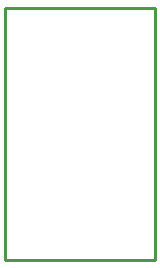
<source format=gbr>
%TF.GenerationSoftware,KiCad,Pcbnew,(5.1.6)-1*%
%TF.CreationDate,2020-10-27T18:31:36-05:00*%
%TF.ProjectId,ice30lp384_dev_board,69636533-306c-4703-9338-345f6465765f,rev?*%
%TF.SameCoordinates,Original*%
%TF.FileFunction,Profile,NP*%
%FSLAX46Y46*%
G04 Gerber Fmt 4.6, Leading zero omitted, Abs format (unit mm)*
G04 Created by KiCad (PCBNEW (5.1.6)-1) date 2020-10-27 18:31:36*
%MOMM*%
%LPD*%
G01*
G04 APERTURE LIST*
%TA.AperFunction,Profile*%
%ADD10C,0.254000*%
%TD*%
G04 APERTURE END LIST*
D10*
X125349000Y-47117000D02*
X125349000Y-68453000D01*
X112649000Y-47117000D02*
X125349000Y-47117000D01*
X112649000Y-68453000D02*
X112649000Y-47117000D01*
X125349000Y-68453000D02*
X112649000Y-68453000D01*
M02*

</source>
